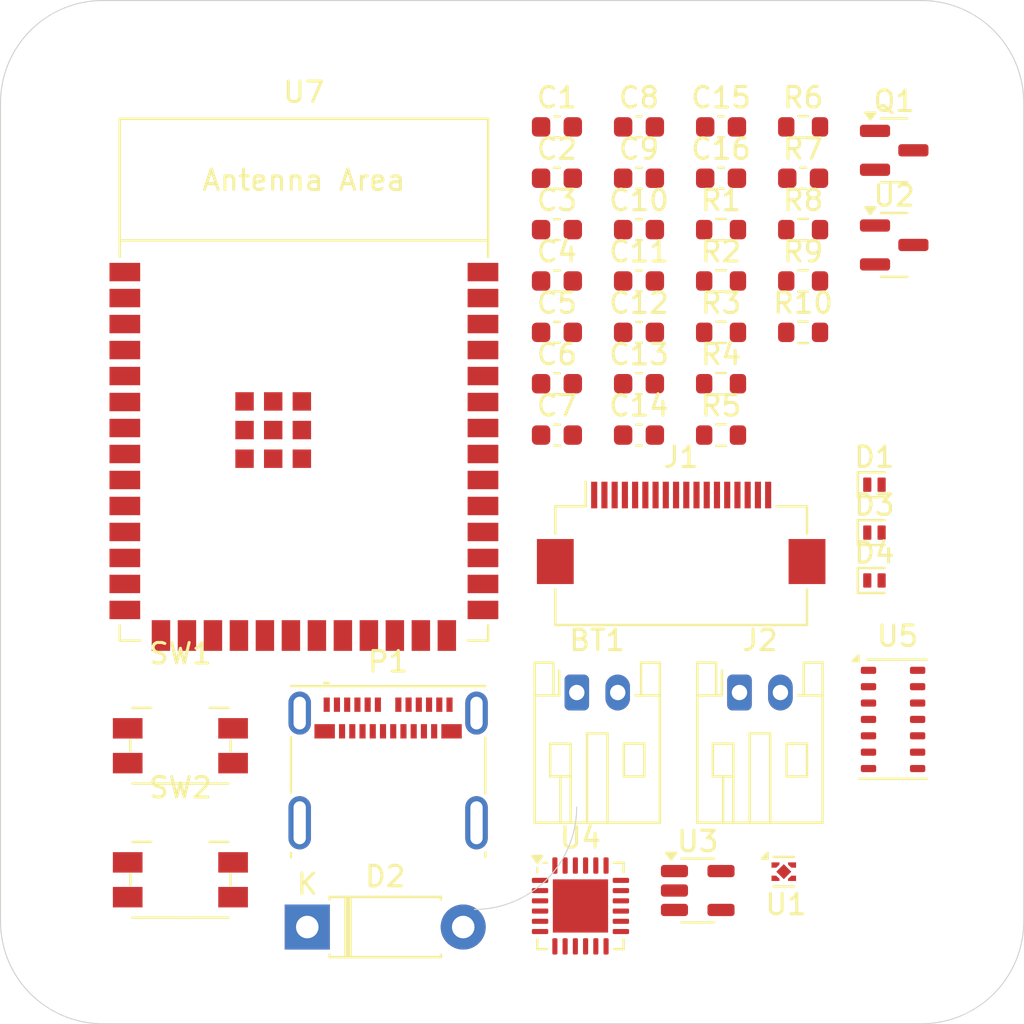
<source format=kicad_pcb>
(kicad_pcb (version 20240108) (generator "pcbnew") (generator_version "8.0")
  (layers (0 "F.Cu" signal) (31 "B.Cu" signal) (34 "B.Paste" user) (35 "F.Paste" user) (36 "B.SilkS" user "B.Silkscreen") (37 "F.SilkS" user "F.Silkscreen") (38 "B.Mask" user) (39 "F.Mask" user) (44 "Edge.Cuts" user))
  (net 0 "")
  (net 1 "Net-(U4-REGOUT)")
  (net 2 "VBAT")
  (net 3 "Net-(U4-CPOUT)")
  (net 4 "+3.3V")
  (net 5 "USB_VCC")
  (net 6 "+1.8V")
  (net 7 "Net-(BT1-+)")
  (net 8 "/SDCS")
  (net 9 "Net-(D1-A1)")
  (net 10 "/D-")
  (net 11 "/D+")
  (net 12 "/BKL")
  (net 14 "Net-(P1-VCONN)")
  (net 15 "Net-(P1-CC)")
  (net 18 "/TFTCS")
  (net 19 "/TFTRST")
  (net 24 "/SDA")
  (net 25 "/SCL")
  (net 26 "Net-(SW2-B)")
  (net 30 "Net-(U3-PROG)")
  (net 31 "/TFTDC")
  (net 32 "/MOSI")
  (net 33 "/SCK")
  (net 37 "/INT")
  (net 51 "Net-(U5-~{INT})")
  (net 58 "/Button")
  (net 59 "GND")
  (footprint "Package_TO_SOT_SMD:SOT-23" (layer "F.Cu") (at 193.67 57.32)
    (property "Reference" "Q1" (at 0 -2.4 0) (layer "F.SilkS"))
    (property "Value" "PMOS")
    (pad "1" smd roundrect (at -0.9375 -0.95) (size 1.475 0.6) (layers "F.Cu" "F.Paste" "F.Mask") (net 2 "VBAT"))
    (pad "2" smd roundrect (at -0.9375 0.95) (size 1.475 0.6) (layers "F.Cu" "F.Paste" "F.Mask") (net 5 "USB_VCC"))
    (pad "3" smd roundrect (at 0.9375 0) (size 1.475 0.6) (layers "F.Cu" "F.Paste" "F.Mask") (net 59 "GND"))
  )
  (footprint "FootPrintImports:ESP32-S2-SOLO" (layer "F.Cu") (at 164.825 71.53)
    (property "Reference" "U7" (at 0 -17.05 0) (layer "F.SilkS"))
    (property "Value" "ESP32-S2-SOLO")
    (fp_text user "Antenna Area" (at 0 -12.75 0) (layer "F.SilkS"))
    (pad "1" smd rect (at -8.75 -8.26) (size 1.5 0.9) (layers "F.Cu" "F.Paste" "F.Mask") (net 59 "GND"))
    (pad "2" smd rect (at -8.75 -6.99) (size 1.5 0.9) (layers "F.Cu" "F.Paste" "F.Mask") (net 4 "+3.3V"))
    (pad "3" smd rect (at -8.75 -5.72) (size 1.5 0.9) (layers "F.Cu" "F.Paste" "F.Mask") (net 26 "Net-(SW2-B)"))
    (pad "4" smd rect (at -8.75 -4.45) (size 1.5 0.9) (layers "F.Cu" "F.Paste" "F.Mask"))
    (pad "5" smd rect (at -8.75 -3.18) (size 1.5 0.9) (layers "F.Cu" "F.Paste" "F.Mask"))
    (pad "6" smd rect (at -8.75 -1.91) (size 1.5 0.9) (layers "F.Cu" "F.Paste" "F.Mask"))
    (pad "7" smd rect (at -8.75 -0.64) (size 1.5 0.9) (layers "F.Cu" "F.Paste" "F.Mask"))
    (pad "8" smd rect (at -8.75 0.63) (size 1.5 0.9) (layers "F.Cu" "F.Paste" "F.Mask"))
    (pad "9" smd rect (at -8.75 1.9) (size 1.5 0.9) (layers "F.Cu" "F.Paste" "F.Mask"))
    (pad "10" smd rect (at -8.75 3.17) (size 1.5 0.9) (layers "F.Cu" "F.Paste" "F.Mask"))
    (pad "11" smd rect (at -8.75 4.44) (size 1.5 0.9) (layers "F.Cu" "F.Paste" "F.Mask"))
    (pad "12" smd rect (at -8.75 5.71) (size 1.5 0.9) (layers "F.Cu" "F.Paste" "F.Mask"))
    (pad "13" smd rect (at -8.75 6.98) (size 1.5 0.9) (layers "F.Cu" "F.Paste" "F.Mask") (net 10 "/D-"))
    (pad "14" smd rect (at -8.75 8.25) (size 1.5 0.9) (layers "F.Cu" "F.Paste" "F.Mask") (net 11 "/D+"))
    (pad "15" smd rect (at -6.985 9.5 90) (size 1.5 0.9) (layers "F.Cu" "F.Paste" "F.Mask") (net 37 "/INT"))
    (pad "16" smd rect (at -5.715 9.5 90) (size 1.5 0.9) (layers "F.Cu" "F.Paste" "F.Mask"))
    (pad "17" smd rect (at -4.445 9.5 90) (size 1.5 0.9) (layers "F.Cu" "F.Paste" "F.Mask") (net 24 "/SDA"))
    (pad "18" smd rect (at -3.175 9.5 90) (size 1.5 0.9) (layers "F.Cu" "F.Paste" "F.Mask") (net 25 "/SCL"))
    (pad "19" smd rect (at -1.905 9.5 90) (size 1.5 0.9) (layers "F.Cu" "F.Paste" "F.Mask") (net 8 "/SDCS"))
    (pad "20" smd rect (at -0.635 9.5 90) (size 1.5 0.9) (layers "F.Cu" "F.Paste" "F.Mask") (net 18 "/TFTCS"))
    (pad "21" smd rect (at 0.635 9.5 90) (size 1.5 0.9) (layers "F.Cu" "F.Paste" "F.Mask") (net 19 "/TFTRST"))
    (pad "22" smd rect (at 1.905 9.5 90) (size 1.5 0.9) (layers "F.Cu" "F.Paste" "F.Mask") (net 31 "/TFTDC"))
    (pad "23" smd rect (at 3.175 9.5 90) (size 1.5 0.9) (layers "F.Cu" "F.Paste" "F.Mask") (net 32 "/MOSI"))
    (pad "24" smd rect (at 4.445 9.5 90) (size 1.5 0.9) (layers "F.Cu" "F.Paste" "F.Mask") (net 33 "/SCK"))
    (pad "25" smd rect (at 5.715 9.5 90) (size 1.5 0.9) (layers "F.Cu" "F.Paste" "F.Mask") (net 12 "/BKL"))
    (pad "26" smd rect (at 6.985 9.5 90) (size 1.5 0.9) (layers "F.Cu" "F.Paste" "F.Mask"))
    (pad "27" smd rect (at 8.75 8.25 180) (size 1.5 0.9) (layers "F.Cu" "F.Paste" "F.Mask") (net 58 "/Button"))
    (pad "28" smd rect (at 8.75 6.98 180) (size 1.5 0.9) (layers "F.Cu" "F.Paste" "F.Mask"))
    (pad "29" smd rect (at 8.75 5.71 180) (size 1.5 0.9) (layers "F.Cu" "F.Paste" "F.Mask"))
    (pad "30" smd rect (at 8.75 4.44 180) (size 1.5 0.9) (layers "F.Cu" "F.Paste" "F.Mask"))
    (pad "31" smd rect (at 8.75 3.17 180) (size 1.5 0.9) (layers "F.Cu" "F.Paste" "F.Mask"))
    (pad "32" smd rect (at 8.75 1.9 180) (size 1.5 0.9) (layers "F.Cu" "F.Paste" "F.Mask"))
    (pad "33" smd rect (at 8.75 0.63 180) (size 1.5 0.9) (layers "F.Cu" "F.Paste" "F.Mask"))
    (pad "34" smd rect (at 8.75 -0.64 180) (size 1.5 0.9) (layers "F.Cu" "F.Paste" "F.Mask"))
    (pad "35" smd rect (at 8.75 -1.91 180) (size 1.5 0.9) (layers "F.Cu" "F.Paste" "F.Mask"))
    (pad "36" smd rect (at 8.75 -3.18 180) (size 1.5 0.9) (layers "F.Cu" "F.Paste" "F.Mask"))
    (pad "37" smd rect (at 8.75 -4.45 180) (size 1.5 0.9) (layers "F.Cu" "F.Paste" "F.Mask"))
    (pad "38" smd rect (at 8.75 -5.72 180) (size 1.5 0.9) (layers "F.Cu" "F.Paste" "F.Mask"))
    (pad "39" smd rect (at 8.75 -6.99 180) (size 1.5 0.9) (layers "F.Cu" "F.Paste" "F.Mask"))
    (pad "40" smd rect (at 8.75 -8.26 180) (size 1.5 0.9) (layers "F.Cu" "F.Paste" "F.Mask") (net 59 "GND"))
    (pad "41" smd rect (at -2.9 -1.94 180) (size 0.9 0.9) (layers "F.Cu" "F.Paste" "F.Mask") (net 59 "GND"))
    (pad "41" smd rect (at -2.9 -0.54 180) (size 0.9 0.9) (layers "F.Cu" "F.Paste" "F.Mask") (net 59 "GND"))
    (pad "41" smd rect (at -2.9 0.86 180) (size 0.9 0.9) (layers "F.Cu" "F.Paste" "F.Mask") (net 59 "GND"))
    (pad "41" smd rect (at -1.5 -1.94 180) (size 0.9 0.9) (layers "F.Cu" "F.Paste" "F.Mask") (net 59 "GND"))
    (pad "41" smd rect (at -1.5 -0.54 180) (size 0.9 0.9) (layers "F.Cu" "F.Paste" "F.Mask") (net 59 "GND"))
    (pad "41" smd rect (at -1.5 0.86 180) (size 0.9 0.9) (layers "F.Cu" "F.Paste" "F.Mask") (net 59 "GND"))
    (pad "41" smd rect (at -0.1 -1.94 180) (size 0.9 0.9) (layers "F.Cu" "F.Paste" "F.Mask") (net 59 "GND"))
    (pad "41" smd rect (at -0.1 -0.54 180) (size 0.9 0.9) (layers "F.Cu" "F.Paste" "F.Mask") (net 59 "GND"))
    (pad "41" smd rect (at -0.1 0.86 180) (size 0.9 0.9) (layers "F.Cu" "F.Paste" "F.Mask") (net 59 "GND"))
  )
  (footprint "Capacitor_SMD:C_0603_1608Metric" (layer "F.Cu") (at 181.2 66.215)
    (property "Reference" "C12" (at 0 -1.43 0) (layer "F.SilkS"))
    (property "Value" "0.1 uF")
    (pad "1" smd roundrect (at -0.775 0) (size 0.9 0.95) (layers "F.Cu" "F.Paste" "F.Mask") (net 59 "GND"))
    (pad "2" smd roundrect (at 0.775 0) (size 0.9 0.95) (layers "F.Cu" "F.Paste" "F.Mask") (net 4 "+3.3V"))
  )
  (footprint "Package_TO_SOT_SMD:SOT-23-5" (layer "F.Cu") (at 184.07 93.49)
    (property "Reference" "U3" (at 0 -2.4 0) (layer "F.SilkS"))
    (property "Value" "~")
    (pad "1" smd roundrect (at -1.1375 -0.95) (size 1.325 0.6) (layers "F.Cu" "F.Paste" "F.Mask"))
    (pad "2" smd roundrect (at -1.1375 0) (size 1.325 0.6) (layers "F.Cu" "F.Paste" "F.Mask") (net 59 "GND"))
    (pad "3" smd roundrect (at -1.1375 0.95) (size 1.325 0.6) (layers "F.Cu" "F.Paste" "F.Mask") (net 7 "Net-(BT1-+)"))
    (pad "4" smd roundrect (at 1.1375 0.95) (size 1.325 0.6) (layers "F.Cu" "F.Paste" "F.Mask") (net 5 "USB_VCC"))
    (pad "5" smd roundrect (at 1.1375 -0.95) (size 1.325 0.6) (layers "F.Cu" "F.Paste" "F.Mask") (net 30 "Net-(U3-PROG)"))
  )
  (footprint "Resistor_SMD:R_0603_1608Metric" (layer "F.Cu") (at 189.22 66.215)
    (property "Reference" "R10" (at 0 -1.43 0) (layer "F.SilkS"))
    (property "Value" "22")
    (pad "1" smd roundrect (at -0.825 0) (size 0.8 0.95) (layers "F.Cu" "F.Paste" "F.Mask") (net 9 "Net-(D1-A1)"))
    (pad "2" smd roundrect (at 0.825 0) (size 0.8 0.95) (layers "F.Cu" "F.Paste" "F.Mask") (net 11 "/D+"))
  )
  (footprint "Capacitor_SMD:C_0603_1608Metric" (layer "F.Cu") (at 185.21 56.175)
    (property "Reference" "C15" (at 0 -1.43 0) (layer "F.SilkS"))
    (property "Value" "1uF")
    (pad "1" smd roundrect (at -0.775 0) (size 0.9 0.95) (layers "F.Cu" "F.Paste" "F.Mask") (net 58 "/Button"))
    (pad "2" smd roundrect (at 0.775 0) (size 0.9 0.95) (layers "F.Cu" "F.Paste" "F.Mask") (net 59 "GND"))
  )
  (footprint "Capacitor_SMD:C_0603_1608Metric" (layer "F.Cu") (at 181.2 56.175)
    (property "Reference" "C8" (at 0 -1.43 0) (layer "F.SilkS"))
    (property "Value" "10 nF")
    (pad "1" smd roundrect (at -0.775 0) (size 0.9 0.95) (layers "F.Cu" "F.Paste" "F.Mask") (net 4 "+3.3V"))
    (pad "2" smd roundrect (at 0.775 0) (size 0.9 0.95) (layers "F.Cu" "F.Paste" "F.Mask") (net 59 "GND"))
  )
  (footprint "Capacitor_SMD:C_0603_1608Metric" (layer "F.Cu") (at 181.2 63.705)
    (property "Reference" "C11" (at 0 -1.43 0) (layer "F.SilkS"))
    (property "Value" "2.2 nF")
    (pad "1" smd roundrect (at -0.775 0) (size 0.9 0.95) (layers "F.Cu" "F.Paste" "F.Mask") (net 59 "GND"))
    (pad "2" smd roundrect (at 0.775 0) (size 0.9 0.95) (layers "F.Cu" "F.Paste" "F.Mask") (net 3 "Net-(U4-CPOUT)"))
  )
  (footprint "Button_Switch_SMD:Panasonic_EVQPUM_EVQPUD" (layer "F.Cu") (at 158.79 86.415)
    (property "Reference" "SW1" (at 0 -4.5 0) (layer "F.SilkS"))
    (property "Value" "TS24CA")
    (pad "" np_thru_hole circle (at 0 -1.375 180) (size 0.75 0.75) (drill 0.75) (layers "*.Cu" "*.Mask"))
    (pad "" np_thru_hole circle (at 0 1.375 180) (size 0.75 0.75) (drill 0.75) (layers "*.Cu" "*.Mask"))
    (pad "1" smd rect (at -2.575 -0.85 180) (size 1.45 1) (layers "F.Cu" "F.Paste" "F.Mask") (net 59 "GND"))
    (pad "1" smd rect (at 2.575 -0.85 180) (size 1.45 1) (layers "F.Cu" "F.Paste" "F.Mask") (net 59 "GND"))
    (pad "2" smd rect (at -2.575 0.85 180) (size 1.45 1) (layers "F.Cu" "F.Paste" "F.Mask") (net 58 "/Button"))
    (pad "2" smd rect (at 2.575 0.85 180) (size 1.45 1) (layers "F.Cu" "F.Paste" "F.Mask") (net 58 "/Button"))
  )
  (footprint "Diode_SMD:D_SOD-882" (layer "F.Cu") (at 192.705 78.34)
    (property "Reference" "D4" (at 0 -1.35 0) (layer "F.SilkS"))
    (property "Value" "SD05_SOD323")
    (pad "1" smd roundrect (at -0.35 0) (size 0.4 0.7) (layers "F.Cu" "F.Mask") (roundrect_rratio 0.125) (net 9 "Net-(D1-A1)"))
    (pad "2" smd roundrect (at 0.35 0) (size 0.4 0.7) (layers "F.Cu" "F.Mask") (roundrect_rratio 0.125) (net 59 "GND"))
  )
  (footprint "Connector_FFC-FPC:Hirose_FH12-18S-0.5SH_1x18-1MP_P0.50mm_Horizontal" (layer "F.Cu") (at 183.26 76.015)
    (property "Reference" "J1" (at 0 -3.7 0) (layer "F.SilkS"))
    (property "Value" "Conn_01x18_Pin")
    (pad "1" smd rect (at -4.25 -1.85) (size 0.3 1.3) (layers "F.Cu" "F.Paste" "F.Mask") (net 4 "+3.3V"))
    (pad "2" smd rect (at -3.75 -1.85) (size 0.3 1.3) (layers "F.Cu" "F.Paste" "F.Mask") (net 12 "/BKL"))
    (pad "3" smd rect (at -3.25 -1.85) (size 0.3 1.3) (layers "F.Cu" "F.Paste" "F.Mask") (net 59 "GND"))
    (pad "4" smd rect (at -2.75 -1.85) (size 0.3 1.3) (layers "F.Cu" "F.Paste" "F.Mask") (net 33 "/SCK"))
    (pad "5" smd rect (at -2.25 -1.85) (size 0.3 1.3) (layers "F.Cu" "F.Paste" "F.Mask") (net 32 "/MOSI"))
    (pad "6" smd rect (at -1.75 -1.85) (size 0.3 1.3) (layers "F.Cu" "F.Paste" "F.Mask"))
    (pad "7" smd rect (at -1.25 -1.85) (size 0.3 1.3) (layers "F.Cu" "F.Paste" "F.Mask") (net 31 "/TFTDC"))
    (pad "8" smd rect (at -0.75 -1.85) (size 0.3 1.3) (layers "F.Cu" "F.Paste" "F.Mask") (net 19 "/TFTRST"))
    (pad "9" smd rect (at -0.25 -1.85) (size 0.3 1.3) (layers "F.Cu" "F.Paste" "F.Mask") (net 18 "/TFTCS"))
    (pad "10" smd rect (at 0.25 -1.85) (size 0.3 1.3) (layers "F.Cu" "F.Paste" "F.Mask") (net 8 "/SDCS"))
    (pad "11" smd rect (at 0.75 -1.85) (size 0.3 1.3) (layers "F.Cu" "F.Paste" "F.Mask"))
    (pad "12" smd rect (at 1.25 -1.85) (size 0.3 1.3) (layers "F.Cu" "F.Paste" "F.Mask"))
    (pad "13" smd rect (at 1.75 -1.85) (size 0.3 1.3) (layers "F.Cu" "F.Paste" "F.Mask"))
    (pad "14" smd rect (at 2.25 -1.85) (size 0.3 1.3) (layers "F.Cu" "F.Paste" "F.Mask"))
    (pad "15" smd rect (at 2.75 -1.85) (size 0.3 1.3) (layers "F.Cu" "F.Paste" "F.Mask"))
    (pad "16" smd rect (at 3.25 -1.85) (size 0.3 1.3) (layers "F.Cu" "F.Paste" "F.Mask"))
    (pad "17" smd rect (at 3.75 -1.85) (size 0.3 1.3) (layers "F.Cu" "F.Paste" "F.Mask"))
    (pad "18" smd rect (at 4.25 -1.85) (size 0.3 1.3) (layers "F.Cu" "F.Paste" "F.Mask"))
    (pad "MP" smd rect (at -6.15 1.4) (size 1.8 2.2) (layers "F.Cu" "F.Paste" "F.Mask"))
    (pad "MP" smd rect (at 6.15 1.4) (size 1.8 2.2) (layers "F.Cu" "F.Paste" "F.Mask"))
  )
  (footprint "Resistor_SMD:R_0603_1608Metric" (layer "F.Cu") (at 185.21 71.235)
    (property "Reference" "R5" (at 0 -1.43 0) (layer "F.SilkS"))
    (property "Value" "4.7K")
    (pad "1" smd roundrect (at -0.825 0) (size 0.8 0.95) (layers "F.Cu" "F.Paste" "F.Mask") (net 4 "+3.3V"))
    (pad "2" smd roundrect (at 0.825 0) (size 0.8 0.95) (layers "F.Cu" "F.Paste" "F.Mask") (net 25 "/SCL"))
  )
  (footprint "Capacitor_SMD:C_0603_1608Metric" (layer "F.Cu") (at 185.21 58.685)
    (property "Reference" "C16" (at 0 -1.43 0) (layer "F.SilkS"))
    (property "Value" "C_Small")
    (pad "1" smd roundrect (at -0.775 0) (size 0.9 0.95) (layers "F.Cu" "F.Paste" "F.Mask") (net 59 "GND"))
    (pad "2" smd roundrect (at 0.775 0) (size 0.9 0.95) (layers "F.Cu" "F.Paste" "F.Mask") (net 26 "Net-(SW2-B)"))
  )
  (footprint "Diode_SMD:D_SOD-882" (layer "F.Cu") (at 192.705 76)
    (property "Reference" "D3" (at 0 -1.35 0) (layer "F.SilkS"))
    (property "Value" "~")
    (pad "1" smd roundrect (at -0.35 0) (size 0.4 0.7) (layers "F.Cu" "F.Mask") (roundrect_rratio 0.125) (net 9 "Net-(D1-A1)"))
    (pad "2" smd roundrect (at 0.35 0) (size 0.4 0.7) (layers "F.Cu" "F.Mask") (roundrect_rratio 0.125) (net 59 "GND"))
  )
  (footprint "Diode_SMD:D_SOD-882" (layer "F.Cu") (at 192.705 73.66)
    (property "Reference" "D1" (at 0 -1.35 0) (layer "F.SilkS"))
    (property "Value" "~")
    (pad "1" smd roundrect (at -0.35 0) (size 0.4 0.7) (layers "F.Cu" "F.Mask") (roundrect_rratio 0.125) (net 9 "Net-(D1-A1)"))
    (pad "2" smd roundrect (at 0.35 0) (size 0.4 0.7) (layers "F.Cu" "F.Mask") (roundrect_rratio 0.125) (net 59 "GND"))
  )
  (footprint "Capacitor_SMD:C_0603_1608Metric" (layer "F.Cu") (at 177.19 58.685)
    (property "Reference" "C2" (at 0 -1.43 0) (layer "F.SilkS"))
    (property "Value" "1uF")
    (pad "1" smd roundrect (at -0.775 0) (size 0.9 0.95) (layers "F.Cu" "F.Paste" "F.Mask") (net 2 "VBAT"))
    (pad "2" smd roundrect (at 0.775 0) (size 0.9 0.95) (layers "F.Cu" "F.Paste" "F.Mask") (net 59 "GND"))
  )
  (footprint "Capacitor_SMD:C_0603_1608Metric" (layer "F.Cu") (at 181.2 68.725)
    (property "Reference" "C13" (at 0 -1.43 0) (layer "F.SilkS"))
    (property "Value" "1uF")
    (pad "1" smd roundrect (at -0.775 0) (size 0.9 0.95) (layers "F.Cu" "F.Paste" "F.Mask") (net 59 "GND"))
    (pad "2" smd roundrect (at 0.775 0) (size 0.9 0.95) (layers "F.Cu" "F.Paste" "F.Mask") (net 4 "+3.3V"))
  )
  (footprint "Connector_JST:JST_PH_S2B-PH-K_1x02_P2.00mm_Horizontal" (layer "F.Cu") (at 178.16 83.815)
    (property "Reference" "BT1" (at 1 -2.55 0) (layer "F.SilkS"))
    (property "Value" "Battery_Cell")
    (pad "1" thru_hole roundrect (at 0 0) (size 1.2 1.75) (drill 0.75) (layers "*.Cu" "*.Mask") (roundrect_rratio 0.208333) (net 7 "Net-(BT1-+)"))
    (pad "2" thru_hole oval (at 2 0) (size 1.2 1.75) (drill 0.75) (layers "*.Cu" "*.Mask") (net 59 "GND"))
  )
  (footprint "Button_Switch_SMD:Panasonic_EVQPUM_EVQPUD" (layer "F.Cu") (at 158.79 92.965)
    (property "Reference" "SW2" (at 0 -4.5 0) (layer "F.SilkS"))
    (property "Value" "SW_SPST")
    (pad "" np_thru_hole circle (at 0 -1.375 180) (size 0.75 0.75) (drill 0.75) (layers "*.Cu" "*.Mask"))
    (pad "" np_thru_hole circle (at 0 1.375 180) (size 0.75 0.75) (drill 0.75) (layers "*.Cu" "*.Mask"))
    (pad "1" smd rect (at -2.575 -0.85 180) (size 1.45 1) (layers "F.Cu" "F.Paste" "F.Mask") (net 59 "GND"))
    (pad "1" smd rect (at 2.575 -0.85 180) (size 1.45 1) (layers "F.Cu" "F.Paste" "F.Mask") (net 59 "GND"))
    (pad "2" smd rect (at -2.575 0.85 180) (size 1.45 1) (layers "F.Cu" "F.Paste" "F.Mask") (net 26 "Net-(SW2-B)"))
    (pad "2" smd rect (at 2.575 0.85 180) (size 1.45 1) (layers "F.Cu" "F.Paste" "F.Mask") (net 26 "Net-(SW2-B)"))
  )
  (footprint "Resistor_SMD:R_0603_1608Metric" (layer "F.Cu") (at 185.21 61.195)
    (property "Reference" "R1" (at 0 -1.43 0) (layer "F.SilkS"))
    (property "Value" "5.1K")
    (pad "1" smd roundrect (at -0.825 0) (size 0.8 0.95) (layers "F.Cu" "F.Paste" "F.Mask") (net 59 "GND"))
    (pad "2" smd roundrect (at 0.825 0) (size 0.8 0.95) (layers "F.Cu" "F.Paste" "F.Mask") (net 15 "Net-(P1-CC)"))
  )
  (footprint "Resistor_SMD:R_0603_1608Metric" (layer "F.Cu") (at 189.22 56.175)
    (property "Reference" "R6" (at 0 -1.43 0) (layer "F.SilkS"))
    (property "Value" "10k")
    (pad "1" smd roundrect (at -0.825 0) (size 0.8 0.95) (layers "F.Cu" "F.Paste" "F.Mask") (net 5 "USB_VCC"))
    (pad "2" smd roundrect (at 0.825 0) (size 0.8 0.95) (layers "F.Cu" "F.Paste" "F.Mask") (net 59 "GND"))
  )
  (footprint "Capacitor_SMD:C_0603_1608Metric" (layer "F.Cu") (at 177.19 66.215)
    (property "Reference" "C5" (at 0 -1.43 0) (layer "F.SilkS"))
    (property "Value" "0.1uF")
    (pad "1" smd roundrect (at -0.775 0) (size 0.9 0.95) (layers "F.Cu" "F.Paste" "F.Mask") (net 6 "+1.8V"))
    (pad "2" smd roundrect (at 0.775 0) (size 0.9 0.95) (layers "F.Cu" "F.Paste" "F.Mask") (net 59 "GND"))
  )
  (footprint "Resistor_SMD:R_0603_1608Metric" (layer "F.Cu") (at 185.21 66.215)
    (property "Reference" "R3" (at 0 -1.43 0) (layer "F.SilkS"))
    (property "Value" "10k")
    (pad "1" smd roundrect (at -0.825 0) (size 0.8 0.95) (layers "F.Cu" "F.Paste" "F.Mask") (net 30 "Net-(U3-PROG)"))
    (pad "2" smd roundrect (at 0.825 0) (size 0.8 0.95) (layers "F.Cu" "F.Paste" "F.Mask") (net 59 "GND"))
  )
  (footprint "Resistor_SMD:R_0603_1608Metric" (layer "F.Cu") (at 189.22 61.195)
    (property "Reference" "R8" (at 0 -1.43 0) (layer "F.SilkS"))
    (property "Value" "10k")
    (pad "1" smd roundrect (at -0.825 0) (size 0.8 0.95) (layers "F.Cu" "F.Paste" "F.Mask") (net 4 "+3.3V"))
    (pad "2" smd roundrect (at 0.825 0) (size 0.8 0.95) (layers "F.Cu" "F.Paste" "F.Mask") (net 26 "Net-(SW2-B)"))
  )
  (footprint "Capacitor_SMD:C_0603_1608Metric" (layer "F.Cu") (at 181.2 58.685)
    (property "Reference" "C9" (at 0 -1.43 0) (layer "F.SilkS"))
    (property "Value" "0.1 uF")
    (pad "1" smd roundrect (at -0.775 0) (size 0.9 0.95) (layers "F.Cu" "F.Paste" "F.Mask") (net 1 "Net-(U4-REGOUT)"))
    (pad "2" smd roundrect (at 0.775 0) (size 0.9 0.95) (layers "F.Cu" "F.Paste" "F.Mask") (net 59 "GND"))
  )
  (footprint "Package_TO_SOT_SMD:SOT-23" (layer "F.Cu") (at 193.67 61.945)
    (property "Reference" "U2" (at 0 -2.4 0) (layer "F.SilkS"))
    (property "Value" "~")
    (pad "1" smd roundrect (at -0.9375 -0.95) (size 1.475 0.6) (layers "F.Cu" "F.Paste" "F.Mask") (net 59 "GND"))
    (pad "2" smd roundrect (at -0.9375 0.95) (size 1.475 0.6) (layers "F.Cu" "F.Paste" "F.Mask") (net 6 "+1.8V"))
    (pad "3" smd roundrect (at 0.9375 0) (size 1.475 0.6) (layers "F.Cu" "F.Paste" "F.Mask") (net 4 "+3.3V"))
  )
  (footprint "Capacitor_SMD:C_0603_1608Metric" (layer "F.Cu") (at 177.19 71.235)
    (property "Reference" "C7" (at 0 -1.43 0) (layer "F.SilkS"))
    (property "Value" "4.7uF")
    (pad "1" smd roundrect (at -0.775 0) (size 0.9 0.95) (layers "F.Cu" "F.Paste" "F.Mask") (net 7 "Net-(BT1-+)"))
    (pad "2" smd roundrect (at 0.775 0) (size 0.9 0.95) (layers "F.Cu" "F.Paste" "F.Mask") (net 59 "GND"))
  )
  (footprint "Capacitor_SMD:C_0603_1608Metric" (layer "F.Cu") (at 181.2 61.195)
    (property "Reference" "C10" (at 0 -1.43 0) (layer "F.SilkS"))
    (property "Value" "4.7uF")
    (pad "1" smd roundrect (at -0.775 0) (size 0.9 0.95) (layers "F.Cu" "F.Paste" "F.Mask") (net 59 "GND"))
    (pad "2" smd roundrect (at 0.775 0) (size 0.9 0.95) (layers "F.Cu" "F.Paste" "F.Mask") (net 5 "USB_VCC"))
  )
  (footprint "Resistor_SMD:R_0603_1608Metric" (layer "F.Cu") (at 185.21 68.725)
    (property "Reference" "R4" (at 0 -1.43 0) (layer "F.SilkS"))
    (property "Value" "4.7K")
    (pad "1" smd roundrect (at -0.825 0) (size 0.8 0.95) (layers "F.Cu" "F.Paste" "F.Mask") (net 24 "/SDA"))
    (pad "2" smd roundrect (at 0.825 0) (size 0.8 0.95) (layers "F.Cu" "F.Paste" "F.Mask") (net 4 "+3.3V"))
  )
  (footprint "Package_DFN_QFN:OnSemi_XDFN4-1EP_1.0x1.0mm_EP0.52x0.52mm" (layer "F.Cu") (at 188.275 92.57)
    (property "Reference" "U1" (at 0.11 1.6 0) (layer "F.SilkS"))
    (property "Value" "~")
    (pad "1" smd custom (at -0.485 -0.325 270) (size 0.26 0.23) (layers "F.Cu" "F.Paste" "F.Mask") (net 4 "+3.3V") (options (clearance outline) (anchor rect)) (primitives (gr_poly (pts (xy 0.13 -0.115) (xy -0.13 -0.115) (xy -0.13 -0.275) (xy -0.02 -0.275)) (width 0) (fill yes))))
    (pad "2" smd custom (at -0.485 0.325 270) (size 0.26 0.23) (layers "F.Cu" "F.Paste" "F.Mask") (net 59 "GND") (options (clearance outline) (anchor rect)) (primitives (gr_poly (pts (xy 0.13 -0.115) (xy -0.13 -0.115) (xy 0.02 -0.275) (xy 0.13 -0.275)) (width 0) (fill yes))))
    (pad "3" smd custom (at 0.485 0.325 90) (size 0.26 0.23) (layers "F.Cu" "F.Paste" "F.Mask") (net 2 "VBAT") (options (clearance outline) (anchor rect)) (primitives (gr_poly (pts (xy 0.13 -0.115) (xy -0.13 -0.115) (xy -0.13 -0.275) (xy -0.02 -0.275)) (width 0) (fill yes))))
    (pad "4" smd custom (at 0.485 -0.325 90) (size 0.26 0.23) (layers "F.Cu" "F.Paste" "F.Mask") (net 2 "VBAT") (options (clearance outline) (anchor rect)) (primitives (gr_poly (pts (xy 0.13 -0.115) (xy -0.13 -0.115) (xy 0.02 -0.275) (xy 0.13 -0.275)) (width 0) (fill yes))))
    (pad "5" smd rect (at 0 0 135) (size 0.52 0.52) (layers "F.Cu" "F.Paste" "F.Mask") (net 59 "GND"))
  )
  (footprint "Capacitor_SMD:C_0603_1608Metric" (layer "F.Cu") (at 177.19 61.195)
    (property "Reference" "C3" (at 0 -1.43 0) (layer "F.SilkS"))
    (property "Value" "0.1uF")
    (pad "1" smd roundrect (at -0.775 0) (size 0.9 0.95) (layers "F.Cu" "F.Paste" "F.Mask") (net 4 "+3.3V"))
    (pad "2" smd roundrect (at 0.775 0) (size 0.9 0.95) (layers "F.Cu" "F.Paste" "F.Mask") (net 59 "GND"))
  )
  (footprint "Capacitor_SMD:C_0603_1608Metric" (layer "F.Cu") (at 177.19 63.705)
    (property "Reference" "C4" (at 0 -1.43 0) (layer "F.SilkS"))
    (property "Value" "1uF")
    (pad "1" smd roundrect (at -0.775 0) (size 0.9 0.95) (layers "F.Cu" "F.Paste" "F.Mask") (net 59 "GND"))
    (pad "2" smd roundrect (at 0.775 0) (size 0.9 0.95) (layers "F.Cu" "F.Paste" "F.Mask") (net 4 "+3.3V"))
  )
  (footprint "Resistor_SMD:R_0603_1608Metric" (layer "F.Cu") (at 189.22 63.705)
    (property "Reference" "R9" (at 0 -1.43 0) (layer "F.SilkS"))
    (property "Value" "22")
    (pad "1" smd roundrect (at -0.825 0) (size 0.8 0.95) (layers "F.Cu" "F.Paste" "F.Mask") (net 9 "Net-(D1-A1)"))
    (pad "2" smd roundrect (at 0.825 0) (size 0.8 0.95) (layers "F.Cu" "F.Paste" "F.Mask") (net 10 "/D-"))
  )
  (footprint "Resistor_SMD:R_0603_1608Metric" (layer "F.Cu") (at 185.21 63.705)
    (property "Reference" "R2" (at 0 -1.43 0) (layer "F.SilkS"))
    (property "Value" "5.1K")
    (pad "1" smd roundrect (at -0.825 0) (size 0.8 0.95) (layers "F.Cu" "F.Paste" "F.Mask") (net 14 "Net-(P1-VCONN)"))
    (pad "2" smd roundrect (at 0.825 0) (size 0.8 0.95) (layers "F.Cu" "F.Paste" "F.Mask") (net 59 "GND"))
  )
  (footprint "Capacitor_SMD:C_0603_1608Metric" (layer "F.Cu") (at 177.19 68.725)
    (property "Reference" "C6" (at 0 -1.43 0) (layer "F.SilkS"))
    (property "Value" "1uF")
    (pad "1" smd roundrect (at -0.775 0) (size 0.9 0.95) (layers "F.Cu" "F.Paste" "F.Mask") (net 6 "+1.8V"))
    (pad "2" smd roundrect (at 0.775 0) (size 0.9 0.95) (layers "F.Cu" "F.Paste" "F.Mask") (net 59 "GND"))
  )
  (footprint "Diode_THT:D_DO-41_SOD81_P7.62mm_Horizontal" (layer "F.Cu") (at 164.99 95.275)
    (property "Reference" "D2" (at 3.81 -2.47 0) (layer "F.SilkS"))
    (property "Value" "D_Schottky")
    (fp_text user "K" (at 0 -2.1 0) (layer "F.SilkS"))
    (pad "1" thru_hole rect (at 0 0) (size 2.2 2.2) (drill 1.1) (layers "*.Cu" "*.Mask") (net 5 "USB_VCC"))
    (pad "2" thru_hole oval (at 7.62 0) (size 2.2 2.2) (drill 1.1) (layers "*.Cu" "*.Mask") (net 9 "Net-(D1-A1)"))
  )
  (footprint "OptoDevice:Maxim_OLGA-14_3.3x5.6mm_P0.8mm" (layer "F.Cu") (at 193.615 85.13)
    (property "Reference" "U5" (at 0.22 -4.07 0) (layer "F.SilkS"))
    (property "Value" "MAX30102")
    (pad "1" smd roundrect (at -1.2 -2.4) (size 0.75 0.35) (layers "F.Cu" "F.Paste" "F.Mask"))
    (pad "2" smd roundrect (at -1.2 -1.6) (size 0.75 0.35) (layers "F.Cu" "F.Paste" "F.Mask") (net 25 "/SCL"))
    (pad "3" smd roundrect (at -1.2 -0.8) (size 0.75 0.35) (layers "F.Cu" "F.Paste" "F.Mask") (net 24 "/SDA"))
    (pad "4" smd roundrect (at -1.2 0) (size 0.75 0.35) (layers "F.Cu" "F.Paste" "F.Mask") (net 59 "GND"))
    (pad "5" smd roundrect (at -1.2 0.8) (size 0.75 0.35) (layers "F.Cu" "F.Paste" "F.Mask"))
    (pad "6" smd roundrect (at -1.2 1.6) (size 0.75 0.35) (layers "F.Cu" "F.Paste" "F.Mask"))
    (pad "7" smd roundrect (at -1.2 2.4) (size 0.75 0.35) (layers "F.Cu" "F.Paste" "F.Mask"))
    (pad "8" smd roundrect (at 1.2 2.4) (size 0.75 0.35) (layers "F.Cu" "F.Paste" "F.Mask"))
    (pad "9" smd roundrect (at 1.2 1.6) (size 0.75 0.35) (layers "F.Cu" "F.Paste" "F.Mask") (net 4 "+3.3V"))
    (pad "10" smd roundrect (at 1.2 0.8) (size 0.75 0.35) (layers "F.Cu" "F.Paste" "F.Mask") (net 4 "+3.3V"))
    (pad "11" smd roundrect (at 1.2 0) (size 0.75 0.35) (layers "F.Cu" "F.Paste" "F.Mask") (net 6 "+1.8V"))
    (pad "12" smd roundrect (at 1.2 -0.8) (size 0.75 0.35) (layers "F.Cu" "F.Paste" "F.Mask") (net 59 "GND"))
    (pad "13" smd roundrect (at 1.2 -1.6) (size 0.75 0.35) (layers "F.Cu" "F.Paste" "F.Mask") (net 51 "Net-(U5-~{INT})"))
    (pad "14" smd roundrect (at 1.2 -2.4) (size 0.75 0.35) (layers "F.Cu" "F.Paste" "F.Mask"))
  )
  (footprint "Capacitor_SMD:C_0603_1608Metric" (layer "F.Cu") (at 181.2 71.235)
    (property "Reference" "C14" (at 0 -1.43 0) (layer "F.SilkS"))
    (property "Value" ".1uF")
    (pad "1" smd roundrect (at -0.775 0) (size 0.9 0.95) (layers "F.Cu" "F.Paste" "F.Mask") (net 59 "GND"))
    (pad "2" smd roundrect (at 0.775 0) (size 0.9 0.95) (layers "F.Cu" "F.Paste" "F.Mask") (net 4 "+3.3V"))
  )
  (footprint "Capacitor_SMD:C_0603_1608Metric" (layer "F.Cu") (at 189.22 58.685)
    (property "Reference" "R7" (at 0 -1.43 0) (layer "F.SilkS"))
    (property "Value" "10k")
    (pad "1" smd roundrect (at -0.775 0) (size 0.9 0.95) (layers "F.Cu" "F.Paste" "F.Mask") (net 4 "+3.3V"))
    (pad "2" smd roundrect (at 0.775 0) (size 0.9 0.95) (layers "F.Cu" "F.Paste" "F.Mask") (net 51 "Net-(U5-~{INT})"))
  )
  (footprint "Connector_JST:JST_PH_S2B-PH-K_1x02_P2.00mm_Horizontal" (layer "F.Cu") (at 186.11 83.815)
    (property "Reference" "J2" (at 1 -2.55 0) (layer "F.SilkS"))
    (property "Value" "Conn_01x02_Pin")
    (pad "1" thru_hole roundrect (at 0 0) (size 1.2 1.75) (drill 0.75) (layers "*.Cu" "*.Mask") (roundrect_rratio 0.208333) (net 2 "VBAT"))
    (pad "2" thru_hole oval (at 2 0) (size 1.2 1.75) (drill 0.75) (layers "*.Cu" "*.Mask") (net 59 "GND"))
  )
  (footprint "Package_DFN_QFN:QFN-24-1EP_4x4mm_P0.5mm_EP2.7x2.6mm" (layer "F.Cu") (at 178.34 94.245)
    (property "Reference" "U4" (at 0 -3.33 0) (layer "F.SilkS"))
    (property "Value" "~")
    (pad "1" smd roundrect (at -1.975 -1.25) (size 0.8 0.25) (layers "F.Cu" "F.Paste" "F.Mask") (net 59 "GND"))
    (pad "2" smd roundrect (at -1.975 -0.75) (size 0.8 0.25) (layers "F.Cu" "F.Paste" "F.Mask"))
    (pad "3" smd roundrect (at -1.975 -0.25) (size 0.8 0.25) (layers "F.Cu" "F.Paste" "F.Mask"))
    (pad "4" smd roundrect (at -1.975 0.25) (size 0.8 0.25) (layers "F.Cu" "F.Paste" "F.Mask"))
    (pad "5" smd roundrect (at -1.975 0.75) (size 0.8 0.25) (layers "F.Cu" "F.Paste" "F.Mask"))
    (pad "6" smd roundrect (at -1.975 1.25) (size 0.8 0.25) (layers "F.Cu" "F.Paste" "F.Mask"))
    (pad "7" smd roundrect (at -1.25 1.975) (size 0.25 0.8) (layers "F.Cu" "F.Paste" "F.Mask"))
    (pad "8" smd roundrect (at -0.75 1.975) (size 0.25 0.8) (layers "F.Cu" "F.Paste" "F.Mask") (net 4 "+3.3V"))
    (pad "9" smd roundrect (at -0.25 1.975) (size 0.25 0.8) (layers "F.Cu" "F.Paste" "F.Mask"))
    (pad "10" smd roundrect (at 0.25 1.975) (size 0.25 0.8) (layers "F.Cu" "F.Paste" "F.Mask") (net 1 "Net-(U4-REGOUT)"))
    (pad "11" smd roundrect (at 0.75 1.975) (size 0.25 0.8) (layers "F.Cu" "F.Paste" "F.Mask") (net 59 "GND"))
    (pad "12" smd roundrect (at 1.25 1.975) (size 0.25 0.8) (layers "F.Cu" "F.Paste" "F.Mask") (net 37 "/INT"))
    (pad "13" smd roundrect (at 1.975 1.25) (size 0.8 0.25) (layers "F.Cu" "F.Paste" "F.Mask") (net 4 "+3.3V"))
    (pad "14" smd roundrect (at 1.975 0.75) (size 0.8 0.25) (layers "F.Cu" "F.Paste" "F.Mask"))
    (pad "15" smd roundrect (at 1.975 0.25) (size 0.8 0.25) (layers "F.Cu" "F.Paste" "F.Mask"))
    (pad "16" smd roundrect (at 1.975 -0.25) (size 0.8 0.25) (layers "F.Cu" "F.Paste" "F.Mask"))
    (pad "17" smd roundrect (at 1.975 -0.75) (size 0.8 0.25) (layers "F.Cu" "F.Paste" "F.Mask"))
    (pad "18" smd roundrect (at 1.975 -1.25) (size 0.8 0.25) (layers "F.Cu" "F.Paste" "F.Mask") (net 59 "GND"))
    (pad "19" smd roundrect (at 1.25 -1.975) (size 0.25 0.8) (layers "F.Cu" "F.Paste" "F.Mask"))
    (pad "20" smd roundrect (at 0.75 -1.975) (size 0.25 0.8) (layers "F.Cu" "F.Paste" "F.Mask") (net 3 "Net-(U4-CPOUT)"))
    (pad "21" smd roundrect (at 0.25 -1.975) (size 0.25 0.8) (layers "F.Cu" "F.Paste" "F.Mask"))
    (pad "22" smd roundrect (at -0.25 -1.975) (size 0.25 0.8) (layers "F.Cu" "F.Paste" "F.Mask"))
    (pad "23" smd roundrect (at -0.75 -1.975) (size 0.25 0.8) (layers "F.Cu" "F.Paste" "F.Mask") (net 25 "/SCL"))
    (pad "24" smd roundrect (at -1.25 -1.975) (size 0.25 0.8) (layers "F.Cu" "F.Paste" "F.Mask") (net 24 "/SDA"))
    (pad "25" smd rect (at 0 0) (size 2.7 2.6) (property pad_prop_heatsink) (layers "F.Cu" "F.Mask"))
  )
  (footprint "Capacitor_SMD:C_0603_1608Metric" (layer "F.Cu") (at 177.19 56.175)
    (property "Reference" "C1" (at 0 -1.43 0) (layer "F.SilkS"))
    (property "Value" "1uF")
    (pad "1" smd roundrect (at -0.775 0) (size 0.9 0.95) (layers "F.Cu" "F.Paste" "F.Mask") (net 4 "+3.3V"))
    (pad "2" smd roundrect (at 0.775 0) (size 0.9 0.95) (layers "F.Cu" "F.Paste" "F.Mask") (net 59 "GND"))
  )
  (footprint "Connector_USB:USB_C_Receptacle_Molex_105450-0101" (layer "F.Cu") (at 168.94 87.625)
    (property "Reference" "P1" (at 0 -5.315 0) (layer "F.SilkS"))
    (property "Value" "USB_C_Plug_USB2.0")
    (pad "A1" smd rect (at -3 -3.215) (size 0.3 0.7) (layers "F.Cu" "F.Paste" "F.Mask") (net 59 "GND"))
    (pad "A2" smd rect (at -2.5 -3.215) (size 0.3 0.7) (layers "F.Cu" "F.Paste" "F.Mask"))
    (pad "A3" smd rect (at -2 -3.215) (size 0.3 0.7) (layers "F.Cu" "F.Paste" "F.Mask"))
    (pad "A4" smd rect (at -1.5 -3.215) (size 0.3 0.7) (layers "F.Cu" "F.Paste" "F.Mask") (net 9 "Net-(D1-A1)"))
    (pad "A5" smd rect (at -1 -3.215) (size 0.3 0.7) (layers "F.Cu" "F.Paste" "F.Mask") (net 15 "Net-(P1-CC)"))
    (pad "A6" smd rect (at -0.5 -3.215) (size 0.3 0.7) (layers "F.Cu" "F.Paste" "F.Mask") (net 9 "Net-(D1-A1)"))
    (pad "A7" smd rect (at 0.5 -3.215) (size 0.3 0.7) (layers "F.Cu" "F.Paste" "F.Mask") (net 9 "Net-(D1-A1)"))
    (pad "A8" smd rect (at 1 -3.215) (size 0.3 0.7) (layers "F.Cu" "F.Paste" "F.Mask"))
    (pad "A9" smd rect (at 1.5 -3.215) (size 0.3 0.7) (layers "F.Cu" "F.Paste" "F.Mask") (net 9 "Net-(D1-A1)"))
    (pad "A10" smd rect (at 2 -3.215) (size 0.3 0.7) (layers "F.Cu" "F.Paste" "F.Mask"))
    (pad "A11" smd rect (at 2.5 -3.215) (size 0.3 0.7) (layers "F.Cu" "F.Paste" "F.Mask"))
    (pad "A12" smd rect (at 3 -3.215) (size 0.3 0.7) (layers "F.Cu" "F.Paste" "F.Mask") (net 59 "GND"))
    (pad "B1" smd rect (at 3.1 -1.915) (size 1 0.7) (layers "F.Cu" "F.Paste" "F.Mask") (net 59 "GND"))
    (pad "B2" smd rect (at 2.25 -1.915) (size 0.3 0.7) (layers "F.Cu" "F.Paste" "F.Mask"))
    (pad "B3" smd rect (at 1.75 -1.915) (size 0.3 0.7) (layers "F.Cu" "F.Paste" "F.Mask"))
    (pad "B4" smd rect (at 1.25 -1.915) (size 0.3 0.7) (layers "F.Cu" "F.Paste" "F.Mask") (net 9 "Net-(D1-A1)"))
    (pad "B5" smd rect (at 0.75 -1.915) (size 0.3 0.7) (layers "F.Cu" "F.Paste" "F.Mask") (net 14 "Net-(P1-VCONN)"))
    (pad "B6" smd rect (at 0.25 -1.915) (size 0.3 0.7) (layers "F.Cu" "F.Paste" "F.Mask"))
    (pad "B7" smd rect (at -0.25 -1.915) (size 0.3 0.7) (layers "F.Cu" "F.Paste" "F.Mask"))
    (pad "B8" smd rect (at -0.75 -1.915) (size 0.3 0.7) (layers "F.Cu" "F.Paste" "F.Mask"))
    (pad "B9" smd rect (at -1.25 -1.915) (size 0.3 0.7) (layers "F.Cu" "F.Paste" "F.Mask") (net 9 "Net-(D1-A1)"))
    (pad "B10" smd rect (at -1.75 -1.915) (size 0.3 0.7) (layers "F.Cu" "F.Paste" "F.Mask"))
    (pad "B11" smd rect (at -2.25 -1.915) (size 0.3 0.7) (layers "F.Cu" "F.Paste" "F.Mask"))
    (pad "B12" smd rect (at -3.1 -1.915) (size 1 0.7) (layers "F.Cu" "F.Paste" "F.Mask") (net 59 "GND"))
    (pad "S1" thru_hole oval (at -4.32 -2.805) (size 1.1 2.1) (drill oval 0.6 1.6) (layers "*.Cu" "*.Mask") (net 59 "GND"))
    (pad "S1" thru_hole oval (at -4.32 2.555) (size 1.1 2.6) (drill oval 0.6 2.1) (layers "*.Cu" "*.Mask") (net 59 "GND"))
    (pad "S1" thru_hole oval (at 4.32 -2.805) (size 1.1 2.1) (drill oval 0.6 1.6) (layers "*.Cu" "*.Mask") (net 59 "GND"))
    (pad "S1" thru_hole oval (at 4.32 2.555) (size 1.1 2.6) (drill oval 0.6 2.1) (layers "*.Cu" "*.Mask") (net 59 "GND"))
  )
  (gr_line (start 150 95) (end 150 55) (stroke (width 0.05)) (layer "Edge.Cuts"))
  (gr_arc (start 178.155 89.415) (mid 176.690534 92.950534) (end 173.155 94.415) (stroke (width 0.05)) (layer "Edge.Cuts"))
  (gr_arc (start 155 100) (mid 151.464466 98.535534) (end 150 95) (stroke (width 0.05)) (layer "Edge.Cuts"))
  (gr_arc (start 150 55) (mid 151.464466 51.464466) (end 155 50) (stroke (width 0.05)) (layer "Edge.Cuts"))
  (gr_line (start 200 55) (end 200 95) (stroke (width 0.05)) (layer "Edge.Cuts"))
  (gr_line (start 195 100) (end 155 100) (stroke (width 0.05)) (layer "Edge.Cuts"))
  (gr_line (start 155 50) (end 195 50) (stroke (width 0.05)) (layer "Edge.Cuts"))
  (gr_arc (start 200 95) (mid 198.535534 98.535534) (end 195 100) (stroke (width 0.05)) (layer "Edge.Cuts"))
  (gr_arc (start 195 50) (mid 198.535534 51.464466) (end 200 55) (stroke (width 0.05)) (layer "Edge.Cuts"))
)
</source>
